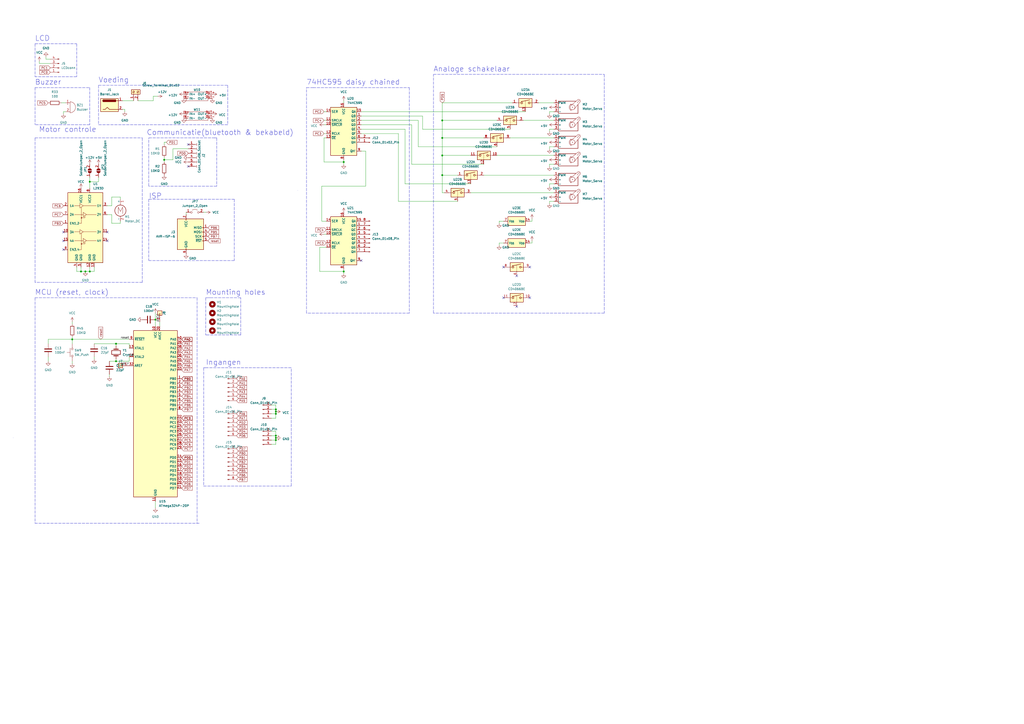
<source format=kicad_sch>
(kicad_sch (version 20231120) (generator "eeschema") (generator_version "8.0")
  (paper "A2")
  (title_block (title "Munt sorteer- en opslagsysteem") (date "2023-12-03") (rev "V1.0") (company "Tiebe Declercq"))
  (junction (at 41.91 196.85))
  (junction (at 199.39 157.48))
  (junction (at 199.39 93.98))
  (junction (at 256.54 80.01))
  (junction (at 90.17 185.42))
  (junction (at 160.02 254))
  (junction (at 256.54 90.17))
  (junction (at 49.53 157.48))
  (junction (at 160.02 255.27))
  (junction (at 52.07 105.41))
  (junction (at 67.31 209.55))
  (junction (at 256.54 101.6))
  (junction (at 160.02 237.49))
  (junction (at 256.54 69.85))
  (junction (at 46.99 157.48))
  (junction (at 160.02 252.73))
  (junction (at 160.02 238.76))
  (junction (at 67.31 199.39))
  (junction (at 160.02 240.03))
  (junction (at 52.07 157.48))
  (junction (at 95.25 92.71))
  (no_connect (at 36.83 144.78))
  (no_connect (at 299.72 160.02))
  (no_connect (at 307.34 172.72))
  (no_connect (at 299.72 177.8))
  (no_connect (at 36.83 134.62))
  (no_connect (at 307.34 154.94))
  (no_connect (at 292.1 154.94))
  (no_connect (at 109.22 96.52))
  (no_connect (at 36.83 139.7))
  (no_connect (at 209.55 151.13))
  (no_connect (at 109.22 83.82))
  (no_connect (at 62.23 134.62))
  (no_connect (at 62.23 139.7))
  (no_connect (at 292.1 172.72))
  (wire (pts (xy 95.25 93.98) (xy 95.25 92.71)))
  (wire (pts (xy 157.48 237.49) (xy 160.02 237.49)))
  (polyline (pts (xy 82.55 163.83) (xy 20.32 163.83)) (stroke (width 0) (type dash)))
  (wire (pts (xy 157.48 255.27) (xy 160.02 255.27)))
  (wire (pts (xy 292.1 128.27) (xy 289.56 128.27)))
  (wire (pts (xy 199.39 92.71) (xy 199.39 93.98)))
  (polyline (pts (xy 20.32 172.72) (xy 114.3 172.72)) (stroke (width 0) (type dash)))
  (polyline (pts (xy 237.49 181.61) (xy 177.8 181.61)) (stroke (width 0) (type dash)))
  (wire (pts (xy 157.48 252.73) (xy 160.02 252.73)))
  (wire (pts (xy 67.31 209.55) (xy 67.31 208.28)))
  (wire (pts (xy 57.15 102.87) (xy 57.15 105.41)))
  (wire (pts (xy 29.21 36.83) (xy 22.86 36.83)))
  (wire (pts (xy 234.95 106.68) (xy 273.05 106.68)))
  (wire (pts (xy 88.9 55.88) (xy 91.44 55.88)))
  (wire (pts (xy 321.31 64.77) (xy 318.77 64.77)))
  (polyline (pts (xy 251.46 181.61) (xy 251.46 43.18)) (stroke (width 0) (type dash)))
  (wire (pts (xy 321.31 95.25) (xy 318.77 95.25)))
  (polyline (pts (xy 125.73 107.95) (xy 86.36 107.95)) (stroke (width 0) (type dash)))
  (wire (pts (xy 209.55 77.47) (xy 231.14 77.47)))
  (wire (pts (xy 26.67 34.29) (xy 29.21 34.29)))
  (wire (pts (xy 54.61 207.01) (xy 54.61 208.28)))
  (polyline (pts (xy 20.32 80.01) (xy 20.32 163.83)) (stroke (width 0) (type dash)))
  (wire (pts (xy 95.25 91.44) (xy 95.25 92.71)))
  (wire (pts (xy 234.95 74.93) (xy 234.95 106.68)))
  (wire (pts (xy 74.93 201.93) (xy 74.93 199.39)))
  (wire (pts (xy 289.56 140.97) (xy 289.56 142.24)))
  (wire (pts (xy 64.77 119.38) (xy 64.77 114.3)))
  (wire (pts (xy 199.39 157.48) (xy 199.39 158.75)))
  (polyline (pts (xy 20.32 172.72) (xy 20.32 303.53)) (stroke (width 0) (type dash)))
  (wire (pts (xy 41.91 196.85) (xy 27.94 196.85)))
  (polyline (pts (xy 20.32 80.01) (xy 82.55 80.01)) (stroke (width 0) (type dash)))
  (wire (pts (xy 22.86 36.83) (xy 22.86 35.56)))
  (wire (pts (xy 186.69 128.27) (xy 189.23 128.27)))
  (polyline (pts (xy 86.36 115.57) (xy 86.36 151.13)) (stroke (width 0) (type dash)))
  (wire (pts (xy 288.29 90.17) (xy 321.31 90.17)))
  (wire (pts (xy 74.93 199.39) (xy 67.31 199.39)))
  (wire (pts (xy 321.31 101.6) (xy 280.67 101.6)))
  (wire (pts (xy 231.14 116.84) (xy 265.43 116.84)))
  (wire (pts (xy 318.77 95.25) (xy 318.77 96.52)))
  (wire (pts (xy 304.8 64.77) (xy 209.55 64.77)))
  (wire (pts (xy 209.55 74.93) (xy 234.95 74.93)))
  (wire (pts (xy 63.5 217.17) (xy 63.5 218.44)))
  (wire (pts (xy 95.25 83.82) (xy 95.25 82.55)))
  (wire (pts (xy 189.23 72.39) (xy 187.96 72.39)))
  (polyline (pts (xy 52.07 72.39) (xy 20.32 72.39)) (stroke (width 0) (type dash)))
  (polyline (pts (xy 139.7 172.72) (xy 121.92 172.72)) (stroke (width 0) (type dash)))
  (wire (pts (xy 209.55 67.31) (xy 245.11 67.31)))
  (wire (pts (xy 312.42 59.69) (xy 321.31 59.69)))
  (wire (pts (xy 71.12 58.42) (xy 77.47 58.42)))
  (polyline (pts (xy 172.72 110.49) (xy 172.72 110.49)))
  (wire (pts (xy 74.93 207.01) (xy 74.93 209.55)))
  (wire (pts (xy 52.07 102.87) (xy 52.07 105.41)))
  (wire (pts (xy 199.39 156.21) (xy 199.39 157.48)))
  (wire (pts (xy 35.56 59.69) (xy 38.1 59.69)))
  (wire (pts (xy 256.54 80.01) (xy 280.67 80.01)))
  (wire (pts (xy 160.02 250.19) (xy 160.02 252.73)))
  (wire (pts (xy 187.96 69.85) (xy 189.23 69.85)))
  (polyline (pts (xy 135.89 115.57) (xy 135.89 151.13)) (stroke (width 0) (type dash)))
  (wire (pts (xy 49.53 157.48) (xy 52.07 157.48)))
  (wire (pts (xy 95.25 82.55) (xy 96.52 82.55)))
  (wire (pts (xy 185.42 157.48) (xy 199.39 157.48)))
  (wire (pts (xy 160.02 240.03) (xy 160.02 238.76)))
  (wire (pts (xy 318.77 64.77) (xy 318.77 66.04)))
  (polyline (pts (xy 115.57 303.53) (xy 20.32 303.53)) (stroke (width 0) (type dash)))
  (wire (pts (xy 160.02 242.57) (xy 160.02 240.03)))
  (wire (pts (xy 90.17 290.83) (xy 90.17 294.64)))
  (wire (pts (xy 321.31 116.84) (xy 318.77 116.84)))
  (wire (pts (xy 318.77 106.68) (xy 318.77 107.95)))
  (wire (pts (xy 38.1 64.77) (xy 36.83 64.77)))
  (polyline (pts (xy 168.91 281.94) (xy 168.91 213.36)) (stroke (width 0) (type dash)))
  (wire (pts (xy 118.11 123.19) (xy 119.38 123.19)))
  (polyline (pts (xy 44.45 25.4) (xy 44.45 44.45)) (stroke (width 0) (type dash)))
  (wire (pts (xy 88.9 58.42) (xy 88.9 55.88)))
  (wire (pts (xy 185.42 143.51) (xy 185.42 157.48)))
  (wire (pts (xy 62.23 119.38) (xy 64.77 119.38)))
  (polyline (pts (xy 135.89 151.13) (xy 86.36 151.13)) (stroke (width 0) (type dash)))
  (wire (pts (xy 63.5 209.55) (xy 67.31 209.55)))
  (wire (pts (xy 107.95 123.19) (xy 107.95 124.46)))
  (wire (pts (xy 90.17 181.61) (xy 90.17 185.42)))
  (wire (pts (xy 67.31 209.55) (xy 74.93 209.55)))
  (wire (pts (xy 160.02 234.95) (xy 160.02 237.49)))
  (wire (pts (xy 46.99 154.94) (xy 46.99 157.48)))
  (wire (pts (xy 209.55 72.39) (xy 238.76 72.39)))
  (wire (pts (xy 44.45 157.48) (xy 46.99 157.48)))
  (polyline (pts (xy 52.07 50.8) (xy 52.07 72.39)) (stroke (width 0) (type dash)))
  (wire (pts (xy 321.31 74.93) (xy 318.77 74.93)))
  (wire (pts (xy 212.09 87.63) (xy 212.09 107.95)))
  (wire (pts (xy 80.01 58.42) (xy 88.9 58.42)))
  (polyline (pts (xy 177.8 50.8) (xy 181.61 50.8)) (stroke (width 0) (type dash)))
  (wire (pts (xy 46.99 157.48) (xy 49.53 157.48)))
  (wire (pts (xy 157.48 234.95) (xy 160.02 234.95)))
  (wire (pts (xy 209.55 69.85) (xy 242.57 69.85)))
  (wire (pts (xy 157.48 257.81) (xy 160.02 257.81)))
  (wire (pts (xy 41.91 196.85) (xy 74.93 196.85)))
  (polyline (pts (xy 139.7 194.31) (xy 120.65 194.31)) (stroke (width 0) (type dash)))
  (polyline (pts (xy 82.55 80.01) (xy 82.55 163.83)) (stroke (width 0) (type dash)))
  (polyline (pts (xy 20.32 25.4) (xy 44.45 25.4)) (stroke (width 0) (type dash)))
  (wire (pts (xy 67.31 199.39) (xy 67.31 200.66)))
  (polyline (pts (xy 168.91 213.36) (xy 119.38 213.36)) (stroke (width 0) (type dash)))
  (wire (pts (xy 187.96 64.77) (xy 189.23 64.77)))
  (wire (pts (xy 199.39 93.98) (xy 199.39 95.25)))
  (polyline (pts (xy 139.7 194.31) (xy 139.7 172.72)) (stroke (width 0) (type dash)))
  (polyline (pts (xy 44.45 44.45) (xy 20.32 44.45)) (stroke (width 0) (type dash)))
  (wire (pts (xy 64.77 129.54) (xy 69.85 129.54)))
  (wire (pts (xy 27.94 207.01) (xy 27.94 209.55)))
  (wire (pts (xy 27.94 196.85) (xy 27.94 199.39)))
  (polyline (pts (xy 57.15 49.53) (xy 57.15 72.39)) (stroke (width 0) (type dash)))
  (wire (pts (xy 308.61 128.27) (xy 308.61 127)))
  (polyline (pts (xy 20.32 50.8) (xy 20.32 72.39)) (stroke (width 0) (type dash)))
  (wire (pts (xy 186.69 107.95) (xy 186.69 128.27)))
  (wire (pts (xy 69.85 114.3) (xy 69.85 115.57)))
  (wire (pts (xy 199.39 58.42) (xy 199.39 59.69)))
  (polyline (pts (xy 20.32 25.4) (xy 20.32 44.45)) (stroke (width 0) (type dash)))
  (polyline (pts (xy 7.62 254) (xy 7.62 254)))
  (wire (pts (xy 187.96 93.98) (xy 199.39 93.98)))
  (polyline (pts (xy 350.52 181.61) (xy 251.46 181.61)) (stroke (width 0) (type dash)))
  (wire (pts (xy 92.71 186.69) (xy 92.71 189.23)))
  (wire (pts (xy 157.48 250.19) (xy 160.02 250.19)))
  (wire (pts (xy 256.54 59.69) (xy 297.18 59.69)))
  (wire (pts (xy 256.54 90.17) (xy 273.05 90.17)))
  (wire (pts (xy 52.07 105.41) (xy 52.07 109.22)))
  (wire (pts (xy 308.61 140.97) (xy 308.61 139.7)))
  (wire (pts (xy 187.96 77.47) (xy 189.23 77.47)))
  (polyline (pts (xy 86.36 107.95) (xy 86.36 80.01)) (stroke (width 0) (type dash)))
  (wire (pts (xy 64.77 124.46) (xy 64.77 129.54)))
  (polyline (pts (xy 118.11 213.36) (xy 119.38 213.36)) (stroke (width 0) (type dash)))
  (wire (pts (xy 54.61 199.39) (xy 67.31 199.39)))
  (wire (pts (xy 189.23 80.01) (xy 187.96 80.01)))
  (wire (pts (xy 160.02 257.81) (xy 160.02 255.27)))
  (wire (pts (xy 41.91 186.69) (xy 41.91 187.96)))
  (wire (pts (xy 41.91 196.85) (xy 41.91 199.39)))
  (polyline (pts (xy 132.08 72.39) (xy 57.15 72.39)) (stroke (width 0) (type dash)))
  (wire (pts (xy 256.54 101.6) (xy 265.43 101.6)))
  (polyline (pts (xy 132.08 49.53) (xy 132.08 72.39)) (stroke (width 0) (type dash)))
  (wire (pts (xy 238.76 72.39) (xy 238.76 95.25)))
  (polyline (pts (xy 125.73 80.01) (xy 125.73 107.95)) (stroke (width 0) (type dash)))
  (wire (pts (xy 44.45 154.94) (xy 44.45 157.48)))
  (wire (pts (xy 245.11 67.31) (xy 245.11 74.93)))
  (wire (pts (xy 62.23 124.46) (xy 64.77 124.46)))
  (wire (pts (xy 307.34 140.97) (xy 308.61 140.97)))
  (wire (pts (xy 318.77 74.93) (xy 318.77 76.2)))
  (wire (pts (xy 64.77 114.3) (xy 69.85 114.3)))
  (wire (pts (xy 100.33 92.71) (xy 95.25 92.71)))
  (polyline (pts (xy 350.52 43.18) (xy 350.52 181.61)) (stroke (width 0) (type dash)))
  (wire (pts (xy 303.53 69.85) (xy 321.31 69.85)))
  (wire (pts (xy 242.57 69.85) (xy 242.57 85.09)))
  (wire (pts (xy 257.81 111.76) (xy 256.54 111.76)))
  (wire (pts (xy 321.31 106.68) (xy 318.77 106.68)))
  (wire (pts (xy 273.05 111.76) (xy 321.31 111.76)))
  (wire (pts (xy 245.11 74.93) (xy 295.91 74.93)))
  (wire (pts (xy 157.48 240.03) (xy 160.02 240.03)))
  (wire (pts (xy 36.83 64.77) (xy 36.83 66.04)))
  (wire (pts (xy 100.33 86.36) (xy 100.33 92.71)))
  (wire (pts (xy 69.85 129.54) (xy 69.85 128.27)))
  (wire (pts (xy 41.91 209.55) (xy 41.91 210.82)))
  (polyline (pts (xy 119.38 194.31) (xy 120.65 194.31)))
  (wire (pts (xy 256.54 80.01) (xy 256.54 90.17)))
  (polyline (pts (xy 114.3 172.72) (xy 114.3 303.53)) (stroke (width 0) (type dash)))
  (wire (pts (xy 318.77 116.84) (xy 318.77 118.11)))
  (wire (pts (xy 318.77 86.36) (xy 318.77 85.09)))
  (wire (pts (xy 288.29 69.85) (xy 256.54 69.85)))
  (wire (pts (xy 187.96 135.89) (xy 189.23 135.89)))
  (wire (pts (xy 238.76 95.25) (xy 280.67 95.25)))
  (polyline (pts (xy 237.49 50.8) (xy 237.49 181.61)) (stroke (width 0) (type dash)))
  (polyline (pts (xy 124.46 80.01) (xy 125.73 80.01)) (stroke (width 0) (type dash)))
  (wire (pts (xy 292.1 140.97) (xy 289.56 140.97)))
  (wire (pts (xy 160.02 252.73) (xy 160.02 254)))
  (wire (pts (xy 72.39 63.5) (xy 72.39 64.77)))
  (polyline (pts (xy 119.38 172.72) (xy 119.38 194.31)) (stroke (width 0) (type dash)))
  (wire (pts (xy 318.77 85.09) (xy 321.31 85.09)))
  (wire (pts (xy 52.07 105.41) (xy 57.15 105.41)))
  (wire (pts (xy 54.61 154.94) (xy 54.61 157.48)))
  (wire (pts (xy 256.54 69.85) (xy 256.54 80.01)))
  (polyline (pts (xy 177.8 181.61) (xy 177.8 50.8)) (stroke (width 0) (type dash)))
  (polyline (pts (xy 86.36 80.01) (xy 124.46 80.01)) (stroke (width 0) (type dash)))
  (wire (pts (xy 160.02 237.49) (xy 160.02 238.76)))
  (wire (pts (xy 41.91 195.58) (xy 41.91 196.85)))
  (polyline (pts (xy 119.38 172.72) (xy 121.92 172.72)))
  (wire (pts (xy 90.17 185.42) (xy 90.17 189.23)))
  (wire (pts (xy 26.67 33.02) (xy 26.67 34.29)))
  (polyline (pts (xy 251.46 43.18) (xy 350.52 43.18)) (stroke (width 0) (type dash)))
  (wire (pts (xy 157.48 242.57) (xy 160.02 242.57)))
  (wire (pts (xy 295.91 80.01) (xy 321.31 80.01)))
  (wire (pts (xy 256.54 101.6) (xy 256.54 111.76)))
  (wire (pts (xy 109.22 86.36) (xy 100.33 86.36)))
  (wire (pts (xy 71.12 63.5) (xy 72.39 63.5)))
  (wire (pts (xy 189.23 143.51) (xy 185.42 143.51)))
  (wire (pts (xy 160.02 255.27) (xy 160.02 254)))
  (wire (pts (xy 187.96 80.01) (xy 187.96 93.98)))
  (wire (pts (xy 256.54 59.69) (xy 256.54 69.85)))
  (wire (pts (xy 242.57 85.09) (xy 288.29 85.09)))
  (polyline (pts (xy 57.15 49.53) (xy 132.08 49.53)) (stroke (width 0) (type dash)))
  (polyline (pts (xy 86.36 115.57) (xy 135.89 115.57)) (stroke (width 0) (type dash)))
  (polyline (pts (xy 20.32 50.8) (xy 52.07 50.8)) (stroke (width 0) (type dash)))
  (wire (pts (xy 231.14 77.47) (xy 231.14 116.84)))
  (polyline (pts (xy 118.11 281.94) (xy 168.91 281.94)) (stroke (width 0) (type dash)))
  (wire (pts (xy 289.56 128.27) (xy 289.56 129.54)))
  (wire (pts (xy 52.07 154.94) (xy 52.07 157.48)))
  (wire (pts (xy 307.34 128.27) (xy 308.61 128.27)))
  (wire (pts (xy 209.55 87.63) (xy 212.09 87.63)))
  (wire (pts (xy 256.54 90.17) (xy 256.54 101.6)))
  (polyline (pts (xy 181.61 50.8) (xy 237.49 50.8)) (stroke (width 0) (type dash)))
  (wire (pts (xy 52.07 157.48) (xy 54.61 157.48)))
  (wire (pts (xy 212.09 107.95) (xy 186.69 107.95)))
  (polyline (pts (xy 118.11 213.36) (xy 118.11 281.94)) (stroke (width 0) (type dash)))
  (text "Mounting holes" (at 119.38 171.45 0) (effects (font (size 3 3)) (justify left bottom)))
  (text "MCU (reset, clock)" (at 20.32 171.45 0) (effects (font (size 3 3)) (justify left bottom)))
  (text "74HC595 daisy chained" (at 177.8 49.53 0) (effects (font (size 3 3)) (justify left bottom)))
  (text "ISP" (at 86.36 115.57 0) (effects (font (size 3 3)) (justify left bottom)))
  (text "Analoge schakelaar" (at 251.46 41.91 0) (effects (font (size 3 3)) (justify left bottom)))
  (text "Communicatie(bluetooth & bekabeld)" (at 85.09 78.74 0) (effects (font (size 3 3)) (justify left bottom)))
  (text "LCD" (at 20.32 24.13 0) (effects (font (size 3 3)) (justify left bottom)))
  (text "Voeding" (at 57.15 48.26 0) (effects (font (size 3 3)) (justify left bottom)))
  (text "Motor controle" (at 22.606 76.962 0) (effects (font (size 3 3)) (justify left bottom)))
  (text "Ingangen" (at 119.38 212.09 0) (effects (font (size 3 3)) (justify left bottom)))
  (text "Buzzer" (at 20.32 49.53 0) (effects (font (size 3 3)) (justify left bottom)))
  (label "AREF" (at 74.93 212.09 180))
  (label "AVCC" (at 92.71 186.69 90))
  (label "reset" (at 74.93 196.85 180))
  (global_label "PD6" (shape input) (at 137.16 252.73 0) (property "Intersheetrefs" "${INTERSHEET_REFS}" (effects (hide yes))))
  (global_label "PC1" (shape input) (at 29.21 39.37 180) (property "Intersheetrefs" "${INTERSHEET_REFS}" (effects (hide yes))))
  (global_label "PC5" (shape input) (at 105.41 255.27 0) (property "Intersheetrefs" "${INTERSHEET_REFS}" (effects (hide yes))))
  (global_label "PC2" (shape input) (at 105.41 247.65 0) (property "Intersheetrefs" "${INTERSHEET_REFS}" (effects (hide yes))))
  (global_label "PC5" (shape input) (at 27.94 59.69 180) (property "Intersheetrefs" "${INTERSHEET_REFS}" (effects (hide yes))))
  (global_label "PD2" (shape input) (at 137.16 245.11 0) (property "Intersheetrefs" "${INTERSHEET_REFS}" (effects (hide yes))))
  (global_label "PB1" (shape input) (at 137.16 265.43 0) (property "Intersheetrefs" "${INTERSHEET_REFS}" (effects (hide yes))))
  (global_label "PC3" (shape input) (at 187.96 77.47 180) (property "Intersheetrefs" "${INTERSHEET_REFS}" (effects (hide yes))))
  (global_label "PB6" (shape input) (at 120.65 132.08 0) (property "Intersheetrefs" "${INTERSHEET_REFS}" (effects (hide yes))))
  (global_label "PA0" (shape input) (at 105.41 196.85 0) (property "Intersheetrefs" "${INTERSHEET_REFS}" (effects (hide yes))))
  (global_label "PD0" (shape input) (at 105.41 265.43 0) (property "Intersheetrefs" "${INTERSHEET_REFS}" (effects (hide yes))))
  (global_label "PB5" (shape input) (at 105.41 232.41 0) (property "Intersheetrefs" "${INTERSHEET_REFS}" (effects (hide yes))))
  (global_label "PD2" (shape input) (at 105.41 270.51 0) (property "Intersheetrefs" "${INTERSHEET_REFS}" (effects (hide yes))))
  (global_label "PB6" (shape input) (at 105.41 234.95 0) (property "Intersheetrefs" "${INTERSHEET_REFS}" (effects (hide yes))))
  (global_label "PB7" (shape input) (at 120.65 137.16 0) (property "Intersheetrefs" "${INTERSHEET_REFS}" (effects (hide yes))))
  (global_label "PD3" (shape input) (at 137.16 247.65 0) (property "Intersheetrefs" "${INTERSHEET_REFS}" (effects (hide yes))))
  (global_label "PD5" (shape input) (at 256.54 59.69 90) (property "Intersheetrefs" "${INTERSHEET_REFS}" (effects (hide yes))))
  (global_label "PA3" (shape input) (at 137.16 227.33 0) (property "Intersheetrefs" "${INTERSHEET_REFS}" (effects (hide yes))))
  (global_label "reset" (shape input) (at 58.42 196.85 90) (property "Intersheetrefs" "${INTERSHEET_REFS}" (effects (hide yes))))
  (global_label "PB1" (shape input) (at 105.41 222.25 0) (property "Intersheetrefs" "${INTERSHEET_REFS}" (effects (hide yes))))
  (global_label "PD3" (shape input) (at 105.41 273.05 0) (property "Intersheetrefs" "${INTERSHEET_REFS}" (effects (hide yes))))
  (global_label "PC4" (shape input) (at 189.23 133.35 180) (property "Intersheetrefs" "${INTERSHEET_REFS}" (effects (hide yes))))
  (global_label "PA7" (shape input) (at 105.41 214.63 0) (property "Intersheetrefs" "${INTERSHEET_REFS}" (effects (hide yes))))
  (global_label "PA6" (shape input) (at 137.16 240.03 0) (property "Intersheetrefs" "${INTERSHEET_REFS}" (effects (hide yes))))
  (global_label "PB6" (shape input) (at 137.16 275.59 0) (property "Intersheetrefs" "${INTERSHEET_REFS}" (effects (hide yes))))
  (global_label "PA0" (shape input) (at 105.41 196.85 0) (property "Intersheetrefs" "${INTERSHEET_REFS}" (effects (hide yes))))
  (global_label "PC0" (shape input) (at 29.21 41.91 180) (property "Intersheetrefs" "${INTERSHEET_REFS}" (effects (hide yes))))
  (global_label "PD4" (shape input) (at 137.16 250.19 0) (property "Intersheetrefs" "${INTERSHEET_REFS}" (effects (hide yes))))
  (global_label "reset" (shape input) (at 120.65 139.7 0) (property "Intersheetrefs" "${INTERSHEET_REFS}" (effects (hide yes))))
  (global_label "PA7" (shape input) (at 137.16 242.57 0) (property "Intersheetrefs" "${INTERSHEET_REFS}" (effects (hide yes))))
  (global_label "PC3" (shape input) (at 105.41 250.19 0) (property "Intersheetrefs" "${INTERSHEET_REFS}" (effects (hide yes))))
  (global_label "PA2" (shape input) (at 137.16 224.79 0) (property "Intersheetrefs" "${INTERSHEET_REFS}" (effects (hide yes))))
  (global_label "PA0" (shape input) (at 137.16 219.71 0) (property "Intersheetrefs" "${INTERSHEET_REFS}" (effects (hide yes))))
  (global_label "PD7" (shape input) (at 137.16 260.35 0) (property "Intersheetrefs" "${INTERSHEET_REFS}" (effects (hide yes))))
  (global_label "PD4" (shape input) (at 105.41 275.59 0) (property "Intersheetrefs" "${INTERSHEET_REFS}" (effects (hide yes))))
  (global_label "PC0" (shape input) (at 105.41 242.57 0) (property "Intersheetrefs" "${INTERSHEET_REFS}" (effects (hide yes))))
  (global_label "PB2" (shape input) (at 137.16 267.97 0) (property "Intersheetrefs" "${INTERSHEET_REFS}" (effects (hide yes))))
  (global_label "PB5" (shape input) (at 120.65 134.62 0) (property "Intersheetrefs" "${INTERSHEET_REFS}" (effects (hide yes))))
  (global_label "PA5" (shape input) (at 105.41 209.55 0) (property "Intersheetrefs" "${INTERSHEET_REFS}" (effects (hide yes))))
  (global_label "PA3" (shape input) (at 105.41 204.47 0) (property "Intersheetrefs" "${INTERSHEET_REFS}" (effects (hide yes))))
  (global_label "PB5" (shape input) (at 137.16 273.05 0) (property "Intersheetrefs" "${INTERSHEET_REFS}" (effects (hide yes))))
  (global_label "PC2" (shape input) (at 187.96 64.77 180) (property "Intersheetrefs" "${INTERSHEET_REFS}" (effects (hide yes))))
  (global_label "PD1" (shape input) (at 96.52 82.55 0) (property "Intersheetrefs" "${INTERSHEET_REFS}" (effects (hide yes))))
  (global_label "PB4" (shape input) (at 137.16 270.51 0) (property "Intersheetrefs" "${INTERSHEET_REFS}" (effects (hide yes))))
  (global_label "PD7" (shape input) (at 105.41 283.21 0) (property "Intersheetrefs" "${INTERSHEET_REFS}" (effects (hide yes))))
  (global_label "PD0" (shape input) (at 109.22 88.9 180) (property "Intersheetrefs" "${INTERSHEET_REFS}" (effects (hide yes))))
  (global_label "PD0" (shape input) (at 105.41 265.43 0) (property "Intersheetrefs" "${INTERSHEET_REFS}" (effects (hide yes))))
  (global_label "PB3" (shape input) (at 105.41 227.33 0) (property "Intersheetrefs" "${INTERSHEET_REFS}" (effects (hide yes))))
  (global_label "PD1" (shape input) (at 105.41 267.97 0) (property "Intersheetrefs" "${INTERSHEET_REFS}" (effects (hide yes))))
  (global_label "PC7" (shape input) (at 105.41 260.35 0) (property "Intersheetrefs" "${INTERSHEET_REFS}" (effects (hide yes))))
  (global_label "PB0" (shape input) (at 137.16 262.89 0) (property "Intersheetrefs" "${INTERSHEET_REFS}" (effects (hide yes))))
  (global_label "PD5" (shape input) (at 105.41 278.13 0) (property "Intersheetrefs" "${INTERSHEET_REFS}" (effects (hide yes))))
  (global_label "PB2" (shape input) (at 105.41 224.79 0) (property "Intersheetrefs" "${INTERSHEET_REFS}" (effects (hide yes))))
  (global_label "PC0" (shape input) (at 105.41 242.57 0) (property "Intersheetrefs" "${INTERSHEET_REFS}" (effects (hide yes))))
  (global_label "PB4" (shape input) (at 105.41 229.87 0) (property "Intersheetrefs" "${INTERSHEET_REFS}" (effects (hide yes))))
  (global_label "PC1" (shape input) (at 105.41 245.11 0) (property "Intersheetrefs" "${INTERSHEET_REFS}" (effects (hide yes))))
  (global_label "PB3" (shape input) (at 36.83 129.54 180) (property "Intersheetrefs" "${INTERSHEET_REFS}" (effects (hide yes))))
  (global_label "PB0" (shape input) (at 105.41 219.71 0) (property "Intersheetrefs" "${INTERSHEET_REFS}" (effects (hide yes))))
  (global_label "PB7" (shape input) (at 105.41 237.49 0) (property "Intersheetrefs" "${INTERSHEET_REFS}" (effects (hide yes))))
  (global_label "PB0" (shape input) (at 105.41 219.71 0) (property "Intersheetrefs" "${INTERSHEET_REFS}" (effects (hide yes))))
  (global_label "PA5" (shape input) (at 137.16 232.41 0) (property "Intersheetrefs" "${INTERSHEET_REFS}" (effects (hide yes))))
  (global_label "PA1" (shape input) (at 137.16 222.25 0) (property "Intersheetrefs" "${INTERSHEET_REFS}" (effects (hide yes))))
  (global_label "PA1" (shape input) (at 105.41 199.39 0) (property "Intersheetrefs" "${INTERSHEET_REFS}" (effects (hide yes))))
  (global_label "PA6" (shape input) (at 105.41 212.09 0) (property "Intersheetrefs" "${INTERSHEET_REFS}" (effects (hide yes))))
  (global_label "PA4" (shape input) (at 137.16 229.87 0) (property "Intersheetrefs" "${INTERSHEET_REFS}" (effects (hide yes))))
  (global_label "PC6" (shape input) (at 105.41 257.81 0) (property "Intersheetrefs" "${INTERSHEET_REFS}" (effects (hide yes))))
  (global_label "PD6" (shape input) (at 105.41 280.67 0) (property "Intersheetrefs" "${INTERSHEET_REFS}" (effects (hide yes))))
  (global_label "PB7" (shape input) (at 137.16 278.13 0) (property "Intersheetrefs" "${INTERSHEET_REFS}" (effects (hide yes))))
  (global_label "PC4" (shape input) (at 187.96 69.85 180) (property "Intersheetrefs" "${INTERSHEET_REFS}" (effects (hide yes))))
  (global_label "PA2" (shape input) (at 105.41 201.93 0) (property "Intersheetrefs" "${INTERSHEET_REFS}" (effects (hide yes))))
  (global_label "PC6" (shape input) (at 36.83 119.38 180) (property "Intersheetrefs" "${INTERSHEET_REFS}" (effects (hide yes))))
  (global_label "PC3" (shape input) (at 189.23 140.97 180) (property "Intersheetrefs" "${INTERSHEET_REFS}" (effects (hide yes))))
  (global_label "PC4" (shape input) (at 105.41 252.73 0) (property "Intersheetrefs" "${INTERSHEET_REFS}" (effects (hide yes))))
  (global_label "PA4" (shape input) (at 105.41 207.01 0) (property "Intersheetrefs" "${INTERSHEET_REFS}" (effects (hide yes))))
  (global_label "PC7" (shape input) (at 36.83 124.46 180) (property "Intersheetrefs" "${INTERSHEET_REFS}" (effects (hide yes))))
  (symbol (lib_id "Driver_Motor:L293D") (at 49.53 134.62 0) (unit 1)
    (property "Reference" "U1" (at 54.0259 106.68 0) (effects (justify left)))
    (property "Value" "L293D" (at 54.0259 109.22 0) (effects (justify left)))
    (property "Footprint" "Package_DIP:DIP-16_W7.62mm" (effects (hide yes)))
    (property "Datasheet" "http://www.ti.com/lit/ds/symlink/l293.pdf" (effects (hide yes)))
  )
  (symbol (lib_id "power:GND") (at 106.68 68.58 0) (unit 1)
    (property "Reference" "#PWR030" (effects (hide yes)))
    (property "Value" "GND" (at 102.87 71.12 0))
  )
  (symbol (lib_name "GND_1") (lib_id "power:GND") (at 199.39 158.75 0) (unit 1)
    (property "Reference" "#PWR080" (effects (hide yes)))
    (property "Value" "GND" (at 199.39 163.83 0))
  )
  (symbol (lib_id "power:GND") (at 160.02 254 90) (unit 1)
    (property "Reference" "#PWR05" (effects (hide yes)))
    (property "Value" "GND" (at 163.83 254.635 90) (effects (justify right)))
  )
  (symbol (lib_id "Connector:Conn_01x06_Socket") (at 114.3 88.9 0) (unit 1)
    (property "Reference" "J2" (at 118.11 91.44 90) (effects (justify left)))
    (property "Value" "Conn_01x06_Socket" (at 115.57 100.33 90) (effects (justify left)))
    (property "Footprint" "Connector_PinSocket_2.54mm:PinSocket_1x06_P2.54mm_Vertical" (effects (hide yes)))
  )
  (symbol (lib_id "power:GND") (at 123.19 68.58 0) (unit 1)
    (property "Reference" "#PWR040" (effects (hide yes)))
    (property "Value" "GND" (at 127 71.12 0))
  )
  (symbol (lib_id "power:GND") (at 106.68 57.15 0) (unit 1)
    (property "Reference" "#PWR028" (effects (hide yes)))
    (property "Value" "GND" (at 102.87 59.69 0))
  )
  (symbol (lib_id "power:GND") (at 72.39 64.77 0) (unit 1)
    (property "Reference" "#PWR017" (effects (hide yes)))
    (property "Value" "GND" (at 72.39 69.85 0))
  )
  (symbol (lib_name "GND_4") (lib_id "power:GND") (at 289.56 142.24 0) (unit 1)
    (property "Reference" "#PWR0100" (effects (hide yes)))
    (property "Value" "GND" (at 293.37 143.51 0))
  )
  (symbol (lib_id "Analog_Switch:CD4066BE") (at 273.05 101.6 0) (unit 1)
    (property "Reference" "U22" (at 273.05 93.98 0))
    (property "Value" "CD4066BE" (at 273.05 96.52 0))
    (property "Footprint" "Package_SO:SO-14_3.9x8.65mm_P1.27mm" (effects (hide yes)))
    (property "Datasheet" "https://www.ti.com/lit/ds/symlink/cd4066b.pdf" (effects (hide yes)))
  )
  (symbol (lib_id "power:VCC") (at 46.99 109.22 0) (unit 1)
    (property "Reference" "#PWR07" (effects (hide yes)))
    (property "Value" "VCC" (at 46.99 105.41 0))
  )
  (symbol (lib_id "power:VCC") (at 90.17 181.61 0) (unit 1)
    (property "Reference" "#PWR045" (effects (hide yes)))
    (property "Value" "VCC" (at 90.17 176.53 0))
  )
  (symbol (lib_id "Motor:Motor_Servo") (at 328.93 82.55 0) (unit 1)
    (property "Reference" "M4" (at 337.82 80.8466 0) (effects (justify left)))
    (property "Value" "Motor_Servo" (at 337.82 83.3866 0) (effects (justify left)))
    (property "Footprint" "Connector_PinHeader_2.54mm:PinHeader_1x03_P2.54mm_Vertical" (effects (hide yes)))
    (property "Datasheet" "http://forums.parallax.com/uploads/attachments/46831/74481.png" (effects (hide yes)))
  )
  (symbol (lib_id "Connector_Generic:Conn_01x01") (at 92.71 181.61 90) (unit 1)
    (property "Reference" "J8" (at 95.25 182.88 0) (effects (justify left)))
    (property "Value" "portD_21" (effects (hide yes)))
    (property "Footprint" "Connector_PinHeader_2.54mm:PinHeader_1x01_P2.54mm_Vertical" (effects (hide yes)))
  )
  (symbol (lib_id "Device:C") (at 86.36 185.42 90) (unit 1)
    (property "Reference" "C18" (at 86.36 177.8 90))
    (property "Value" "100nF" (at 86.36 180.34 90))
    (property "Footprint" "Capacitor_SMD:C_0805_2012Metric_Pad1.18x1.45mm_HandSolder" (effects (hide yes)))
  )
  (symbol (lib_id "Switch:SW_Push") (at 41.91 204.47 90) (unit 1)
    (property "Reference" "SW9" (at 43.18 203.1999 90) (effects (justify right)))
    (property "Value" "SW_Push" (at 43.18 205.7399 90) (effects (justify right)))
    (property "Footprint" "Button_Switch_SMD:SW_SPST_PTS645" (effects (hide yes)))
  )
  (symbol (lib_id "Connector:Screw_Terminal_01x02") (at 77.47 53.34 90) (unit 1)
    (property "Reference" "J6" (at 82.55 48.26 90) (effects (justify right)))
    (property "Value" "Screw_Terminal_01x02" (at 82.55 49.53 90) (effects (justify right)))
    (property "Footprint" "TerminalBlock_Phoenix:TerminalBlock_Phoenix_MPT-0,5-2-2.54_1x02_P2.54mm_Horizontal" (effects (hide yes)))
  )
  (symbol (lib_id "Analog_Switch:CD4066BE") (at 280.67 90.17 0) (unit 4)
    (property "Reference" "U23" (at 280.67 82.55 0))
    (property "Value" "CD4066BE" (at 280.67 85.09 0))
    (property "Footprint" "Package_SO:SO-14_3.9x8.65mm_P1.27mm" (effects (hide yes)))
    (property "Datasheet" "https://www.ti.com/lit/ds/symlink/cd4066b.pdf" (effects (hide yes)))
  )
  (symbol (lib_name "GND_3") (lib_id "power:GND") (at 26.67 33.02 180) (unit 1)
    (property "Reference" "#PWR054" (effects (hide yes)))
    (property "Value" "GND" (at 26.67 27.94 0))
  )
  (symbol (lib_id "Connector:Barrel_Jack") (at 63.5 60.96 0) (unit 1)
    (property "Reference" "J1" (at 63.5 52.07 0))
    (property "Value" "Barrel_Jack" (at 63.5 54.61 0))
    (property "Footprint" "Connector_BarrelJack:BarrelJack_GCT_DCJ200-10-A_Horizontal" (effects (hide yes)))
  )
  (symbol (lib_id "Connector:AVR-ISP-6") (at 110.49 137.16 0) (unit 1)
    (property "Reference" "J3" (at 101.6 134.62 0) (effects (justify right)))
    (property "Value" "AVR-ISP-6" (at 101.6 137.16 0) (effects (justify right)))
    (property "Footprint" "Connector_PinHeader_2.54mm:PinHeader_2x03_P2.54mm_Vertical" (effects (hide yes)))
    (property "Datasheet" " ~" (effects (hide yes)))
  )
  (symbol (lib_id "Device:C") (at 27.94 203.2 0) (unit 1)
    (property "Reference" "C13" (at 31.75 201.9299 0) (effects (justify left)))
    (property "Value" "100nF" (at 31.75 204.4699 0) (effects (justify left)))
    (property "Footprint" "Capacitor_SMD:C_0805_2012Metric_Pad1.18x1.45mm_HandSolder" (effects (hide yes)))
  )
  (symbol (lib_id "Motor:Motor_Servo") (at 328.93 104.14 0) (unit 1)
    (property "Reference" "M6" (at 337.82 102.4366 0) (effects (justify left)))
    (property "Value" "Motor_Servo" (at 337.82 104.9766 0) (effects (justify left)))
    (property "Footprint" "Connector_PinHeader_2.54mm:PinHeader_1x03_P2.54mm_Vertical" (effects (hide yes)))
    (property "Datasheet" "http://forums.parallax.com/uploads/attachments/46831/74481.png" (effects (hide yes)))
  )
  (symbol (lib_id "Device:R") (at 41.91 191.77 0) (unit 1)
    (property "Reference" "R45" (at 44.45 190.4999 0) (effects (justify left)))
    (property "Value" "10KΩ" (at 44.45 193.0399 0) (effects (justify left)))
    (property "Footprint" "Resistor_SMD:R_0805_2012Metric_Pad1.20x1.40mm_HandSolder" (effects (hide yes)))
  )
  (symbol (lib_id "Device:R") (at 95.25 87.63 0) (mirror y) (unit 1)
    (property "Reference" "R1" (at 92.71 86.3599 0) (effects (justify left)))
    (property "Value" "10KΩ" (at 92.71 88.8999 0) (effects (justify left)))
    (property "Footprint" "Resistor_SMD:R_0805_2012Metric_Pad1.20x1.40mm_HandSolder" (effects (hide yes)))
  )
  (symbol (lib_id "power:VCC") (at 123.19 66.04 270) (unit 1)
    (property "Reference" "#PWR039" (effects (hide yes)))
    (property "Value" "VCC" (at 127 66.675 90) (effects (justify left)))
  )
  (symbol (lib_id "power:+5V") (at 321.31 62.23 90) (unit 1)
    (property "Reference" "#PWR0110" (effects (hide yes)))
    (property "Value" "+5V" (at 317.5 62.865 90) (effects (justify left)))
  )
  (symbol (lib_id "Analog_Switch:CD4066BE") (at 299.72 172.72 0) (unit 4)
    (property "Reference" "U22" (at 299.72 165.1 0))
    (property "Value" "CD4066BE" (at 299.72 167.64 0))
    (property "Footprint" "Package_SO:SO-14_3.9x8.65mm_P1.27mm" (effects (hide yes)))
    (property "Datasheet" "https://www.ti.com/lit/ds/symlink/cd4066b.pdf" (effects (hide yes)))
  )
  (symbol (lib_name "GND_4") (lib_id "power:GND") (at 318.77 76.2 0) (unit 1)
    (property "Reference" "#PWR0105" (effects (hide yes)))
    (property "Value" "GND" (at 322.58 77.47 0))
  )
  (symbol (lib_id "power:+5V") (at 321.31 82.55 90) (unit 1)
    (property "Reference" "#PWR0112" (effects (hide yes)))
    (property "Value" "+5V" (at 317.5 83.185 90) (effects (justify left)))
  )
  (symbol (lib_id "power:+12V") (at 106.68 66.04 90) (unit 1)
    (property "Reference" "#PWR029" (effects (hide yes)))
    (property "Value" "+12V" (at 102.87 66.675 90) (effects (justify left)))
  )
  (symbol (lib_name "GND_4") (lib_id "power:GND") (at 289.56 129.54 0) (unit 1)
    (property "Reference" "#PWR099" (effects (hide yes)))
    (property "Value" "GND" (at 293.37 130.81 0))
  )
  (symbol (lib_id "Analog_Switch:CD4066BE") (at 295.91 69.85 0) (unit 2)
    (property "Reference" "U23" (at 295.91 62.23 0))
    (property "Value" "CD4066BE" (at 295.91 64.77 0))
    (property "Footprint" "Package_SO:SO-14_3.9x8.65mm_P1.27mm" (effects (hide yes)))
    (property "Datasheet" "https://www.ti.com/lit/ds/symlink/cd4066b.pdf" (effects (hide yes)))
  )
  (symbol (lib_id "power:+12V") (at 106.68 54.61 90) (unit 1)
    (property "Reference" "#PWR027" (effects (hide yes)))
    (property "Value" "+12V" (at 102.87 55.245 90) (effects (justify left)))
  )
  (symbol (lib_id "power:VCC") (at 308.61 127 0) (unit 1)
    (property "Reference" "#PWR0102" (effects (hide yes)))
    (property "Value" "VCC" (at 308.61 121.92 0))
  )
  (symbol (lib_id "power:+5V") (at 321.31 72.39 90) (unit 1)
    (property "Reference" "#PWR0111" (effects (hide yes)))
    (property "Value" "+5V" (at 317.5 73.025 90) (effects (justify left)))
  )
  (symbol (lib_id "power:GND") (at 82.55 185.42 270) (unit 1)
    (property "Reference" "#PWR067" (effects (hide yes)))
    (property "Value" "GND" (at 74.93 185.42 90) (effects (justify left)))
  )
  (symbol (lib_name "Buck_converter_1") (lib_id "Buck:Buck_converter") (at 113.03 52.07 0) (unit 1)
    (property "Reference" "U10" (at 114.3 52.07 0))
    (property "Value" "~" (at 113.03 52.07 0))
    (property "Footprint" "Library:Buck_Converter" (effects (hide yes)))
  )
  (symbol (lib_id "Connector:Conn_01x06_Pin") (at 132.08 224.79 0) (unit 1)
    (property "Reference" "J11" (at 132.715 215.9 0))
    (property "Value" "Conn_01x06_Pin" (at 132.715 218.44 0))
    (property "Footprint" "Connector_PinHeader_2.54mm:PinHeader_1x06_P2.54mm_Vertical" (effects (hide yes)))
  )
  (symbol (lib_id "power:+5V") (at 321.31 92.71 90) (unit 1)
    (property "Reference" "#PWR0113" (effects (hide yes)))
    (property "Value" "+5V" (at 317.5 93.345 90) (effects (justify left)))
  )
  (symbol (lib_name "GND_7") (lib_id "power:GND") (at 36.83 66.04 0) (unit 1)
    (property "Reference" "#PWR055" (effects (hide yes)))
    (property "Value" "GND" (at 36.83 71.12 0))
  )
  (symbol (lib_name "GND_4") (lib_id "power:GND") (at 318.77 86.36 0) (unit 1)
    (property "Reference" "#PWR0106" (effects (hide yes)))
    (property "Value" "GND" (at 322.58 87.63 0))
  )
  (symbol (lib_id "power:GND") (at 90.17 294.64 0) (unit 1)
    (property "Reference" "#PWR071" (effects (hide yes)))
    (property "Value" "GND" (at 90.17 299.72 0))
  )
  (symbol (lib_id "Connector_Generic:Conn_01x01") (at 69.85 212.09 180) (unit 1)
    (property "Reference" "J7" (at 71.12 209.55 0) (effects (justify left)))
    (property "Value" "portD_21" (effects (hide yes)))
    (property "Footprint" "Connector_PinHeader_2.54mm:PinHeader_1x01_P2.54mm_Vertical" (effects (hide yes)))
  )
  (symbol (lib_id "Connector:Conn_01x04_Pin") (at 152.4 252.73 0) (unit 1)
    (property "Reference" "J10" (at 153.035 246.38 0))
    (property "Value" "Conn_01x04_Pin" (at 153.035 248.92 0))
    (property "Footprint" "Connector_PinHeader_2.54mm:PinHeader_1x04_P2.54mm_Vertical" (effects (hide yes)))
  )
  (symbol (lib_id "Analog_Switch:CD4066BE") (at 299.72 128.27 270) (unit 5)
    (property "Reference" "U23" (at 299.72 120.65 90))
    (property "Value" "CD4066BE" (at 299.72 123.19 90))
    (property "Footprint" "Package_SO:SO-14_3.9x8.65mm_P1.27mm" (effects (hide yes)))
    (property "Datasheet" "https://www.ti.com/lit/ds/symlink/cd4066b.pdf" (effects (hide yes)))
  )
  (symbol (lib_id "Device:C") (at 54.61 203.2 0) (unit 1)
    (property "Reference" "C16" (at 58.42 201.9299 0) (effects (justify left)))
    (property "Value" "22pF" (at 58.42 204.4699 0) (effects (justify left)))
    (property "Footprint" "Capacitor_SMD:C_0805_2012Metric_Pad1.18x1.45mm_HandSolder" (effects (hide yes)))
  )
  (symbol (lib_id "power:VCC") (at 119.38 123.19 270) (unit 1)
    (property "Reference" "#PWR0134" (effects (hide yes)))
    (property "Value" "VCC" (at 123.19 123.19 90) (effects (justify left)))
  )
  (symbol (lib_id "Analog_Switch:CD4066BE") (at 288.29 80.01 0) (unit 3)
    (property "Reference" "U23" (at 288.29 72.39 0))
    (property "Value" "CD4066BE" (at 288.29 74.93 0))
    (property "Footprint" "Package_SO:SO-14_3.9x8.65mm_P1.27mm" (effects (hide yes)))
    (property "Datasheet" "https://www.ti.com/lit/ds/symlink/cd4066b.pdf" (effects (hide yes)))
  )
  (symbol (lib_id "power:VCC") (at 109.22 93.98 90) (unit 1)
    (property "Reference" "#PWR01" (effects (hide yes)))
    (property "Value" "VCC" (at 105.41 93.98 90) (effects (justify left)))
  )
  (symbol (lib_id "power:VCC") (at 187.96 135.89 90) (unit 1)
    (property "Reference" "#PWR076" (effects (hide yes)))
    (property "Value" "VCC" (at 184.15 136.525 90) (effects (justify left)))
  )
  (symbol (lib_id "74xx:74HC595") (at 199.39 74.93 0) (unit 1)
    (property "Reference" "U20" (at 201.3459 57.15 0) (effects (justify left)))
    (property "Value" "74HC595" (at 201.3459 59.69 0) (effects (justify left)))
    (property "Footprint" "Package_SO:SO-16_3.9x9.9mm_P1.27mm" (effects (hide yes)))
    (property "Datasheet" "http://www.ti.com/lit/ds/symlink/sn74hc595.pdf" (effects (hide yes)))
  )
  (symbol (lib_id "Connector:Conn_01x08_Pin") (at 214.63 138.43 180) (unit 1)
    (property "Reference" "J13" (at 215.9 135.89 0) (effects (justify right)))
    (property "Value" "Conn_01x08_Pin" (at 215.9 138.43 0) (effects (justify right)))
    (property "Footprint" "Connector_PinHeader_2.54mm:PinHeader_1x08_P2.54mm_Vertical" (effects (hide yes)))
  )
  (symbol (lib_id "Motor:Motor_Servo") (at 328.93 62.23 0) (unit 1)
    (property "Reference" "M2" (at 337.82 60.5266 0) (effects (justify left)))
    (property "Value" "Motor_Servo" (at 337.82 63.0666 0) (effects (justify left)))
    (property "Footprint" "Connector_PinHeader_2.54mm:PinHeader_1x03_P2.54mm_Vertical" (effects (hide yes)))
    (property "Datasheet" "http://forums.parallax.com/uploads/attachments/46831/74481.png" (effects (hide yes)))
  )
  (symbol (lib_id "74xx:74HC595") (at 199.39 138.43 0) (unit 1)
    (property "Reference" "U21" (at 201.3459 120.65 0) (effects (justify left)))
    (property "Value" "74HC595" (at 201.3459 123.19 0) (effects (justify left)))
    (property "Footprint" "Package_SO:SO-16_3.9x9.9mm_P1.27mm" (effects (hide yes)))
    (property "Datasheet" "http://www.ti.com/lit/ds/symlink/sn74hc595.pdf" (effects (hide yes)))
  )
  (symbol (lib_id "power:GND") (at 41.91 210.82 0) (unit 1)
    (property "Reference" "#PWR062" (effects (hide yes)))
    (property "Value" "GND" (at 41.91 215.9 0))
  )
  (symbol (lib_id "power:VCC") (at 160.02 238.76 270) (unit 1)
    (property "Reference" "#PWR04" (effects (hide yes)))
    (property "Value" "VCC" (at 163.83 239.395 90) (effects (justify left)))
  )
  (symbol (lib_id "Analog_Switch:CD4066BE") (at 299.72 140.97 270) (unit 5)
    (property "Reference" "U22" (at 299.72 133.35 90))
    (property "Value" "CD4066BE" (at 299.72 135.89 90))
    (property "Footprint" "Package_SO:SO-14_3.9x8.65mm_P1.27mm" (effects (hide yes)))
    (property "Datasheet" "https://www.ti.com/lit/ds/symlink/cd4066b.pdf" (effects (hide yes)))
  )
  (symbol (lib_id "AtMega:ATmega324P-20P") (at 90.17 240.03 0) (unit 1)
    (property "Reference" "U15" (at 92.1894 290.83 0) (effects (justify left)))
    (property "Value" "ATmega324P-20P" (at 92.1894 293.37 0) (effects (justify left)))
    (property "Footprint" "Package_DIP:DIP-40_W15.24mm_Socket" (effects (hide yes)))
    (property "Datasheet" "http://ww1.microchip.com/downloads/en/DeviceDoc/Atmel-42743-ATmega324P_Datasheet.pdf" (effects (hide yes)))
  )
  (symbol (lib_id "Device:R") (at 95.25 97.79 0) (mirror y) (unit 1)
    (property "Reference" "R2" (at 92.71 96.5199 0) (effects (justify left)))
    (property "Value" "10KΩ" (at 92.71 99.0599 0) (effects (justify left)))
    (property "Footprint" "Resistor_SMD:R_0805_2012Metric_Pad1.20x1.40mm_HandSolder" (effects (hide yes)))
  )
  (symbol (lib_id "power:VCC") (at 199.39 123.19 0) (unit 1)
    (property "Reference" "#PWR079" (effects (hide yes)))
    (property "Value" "VCC" (at 199.39 118.11 0))
  )
  (symbol (lib_id "Mechanical:MountingHole") (at 123.19 181.61 0) (unit 1)
    (property "Reference" "H2" (at 125.73 180.3399 0) (effects (justify left)))
    (property "Value" "MountingHole" (at 125.73 182.8799 0) (effects (justify left)))
    (property "Footprint" "MountingHole:MountingHole_3.2mm_M3" (effects (hide yes)))
  )
  (symbol (lib_id "Jumper:Jumper_2_Open") (at 113.03 123.19 0) (unit 1)
    (property "Reference" "JP7" (at 113.03 116.84 0))
    (property "Value" "Jumper_2_Open" (at 113.03 119.38 0))
    (property "Footprint" "Connector_PinHeader_2.54mm:PinHeader_1x02_P2.54mm_Vertical" (effects (hide yes)))
  )
  (symbol (lib_id "Jumper:SolderJumper_2_Open") (at 52.07 99.06 90) (unit 1)
    (property "Reference" "JP1" (at 49.53 96.52 0) (effects (justify right)))
    (property "Value" "SolderJumper_2_Open" (at 46.99 81.28 0) (effects (justify right)))
    (property "Footprint" "Jumper:SolderJumper-2_P1.3mm_Open_RoundedPad1.0x1.5mm" (effects (hide yes)))
  )
  (symbol (lib_id "power:GND") (at 123.19 57.15 0) (unit 1)
    (property "Reference" "#PWR038" (effects (hide yes)))
    (property "Value" "GND" (at 127 59.69 0))
  )
  (symbol (lib_id "power:GND") (at 63.5 218.44 0) (unit 1)
    (property "Reference" "#PWR066" (effects (hide yes)))
    (property "Value" "GND" (at 63.5 223.52 0))
  )
  (symbol (lib_id "Jumper:SolderJumper_2_Open") (at 57.15 99.06 90) (unit 1)
    (property "Reference" "JP2" (at 59.69 95.25 0) (effects (justify right)))
    (property "Value" "SolderJumper_2_Open" (at 60.96 81.28 0) (effects (justify right)))
    (property "Footprint" "Jumper:SolderJumper-2_P1.3mm_Open_RoundedPad1.0x1.5mm" (effects (hide yes)))
  )
  (symbol (lib_id "Mechanical:MountingHole") (at 123.19 191.77 0) (unit 1)
    (property "Reference" "H4" (at 125.73 190.4999 0) (effects (justify left)))
    (property "Value" "MountingHole" (at 125.73 193.0399 0) (effects (justify left)))
    (property "Footprint" "MountingHole:MountingHole_3.2mm_M3" (effects (hide yes)))
  )
  (symbol (lib_name "GND_2") (lib_id "power:GND") (at 49.53 157.48 0) (unit 1)
    (property "Reference" "#PWR011" (effects (hide yes)))
    (property "Value" "GND" (at 49.53 162.56 0))
  )
  (symbol (lib_name "GND_4") (lib_id "power:GND") (at 318.77 107.95 0) (unit 1)
    (property "Reference" "#PWR0108" (effects (hide yes)))
    (property "Value" "GND" (at 322.58 109.22 0))
  )
  (symbol (lib_id "power:+5V") (at 321.31 114.3 90) (unit 1)
    (property "Reference" "#PWR0115" (effects (hide yes)))
    (property "Value" "+5V" (at 317.5 114.935 90) (effects (justify left)))
  )
  (symbol (lib_id "power:GND") (at 27.94 209.55 0) (unit 1)
    (property "Reference" "#PWR060" (effects (hide yes)))
    (property "Value" "GND" (at 27.94 214.63 0))
  )
  (symbol (lib_id "Analog_Switch:CD4066BE") (at 304.8 59.69 0) (unit 1)
    (property "Reference" "U23" (at 304.8 52.07 0))
    (property "Value" "CD4066BE" (at 304.8 54.61 0))
    (property "Footprint" "Package_SO:SO-14_3.9x8.65mm_P1.27mm" (effects (hide yes)))
    (property "Datasheet" "https://www.ti.com/lit/ds/symlink/cd4066b.pdf" (effects (hide yes)))
  )
  (symbol (lib_id "Analog_Switch:CD4066BE") (at 299.72 154.94 0) (unit 3)
    (property "Reference" "U22" (at 299.72 147.32 0))
    (property "Value" "CD4066BE" (at 299.72 149.86 0))
    (property "Footprint" "Package_SO:SO-14_3.9x8.65mm_P1.27mm" (effects (hide yes)))
    (property "Datasheet" "https://www.ti.com/lit/ds/symlink/cd4066b.pdf" (effects (hide yes)))
  )
  (symbol (lib_id "Mechanical:MountingHole") (at 123.19 176.53 0) (unit 1)
    (property "Reference" "H1" (at 125.73 175.2599 0) (effects (justify left)))
    (property "Value" "MountingHole" (at 125.73 177.7999 0) (effects (justify left)))
    (property "Footprint" "MountingHole:MountingHole_3.2mm_M3" (effects (hide yes)))
  )
  (symbol (lib_id "Connector:Conn_01x04_Pin") (at 152.4 237.49 0) (unit 1)
    (property "Reference" "J9" (at 153.035 231.14 0))
    (property "Value" "Conn_01x04_Pin" (at 153.035 233.68 0))
    (property "Footprint" "Connector_PinHeader_2.54mm:PinHeader_1x04_P2.54mm_Vertical" (effects (hide yes)))
  )
  (symbol (lib_id "Analog_Switch:CD4066BE") (at 265.43 111.76 0) (unit 2)
    (property "Reference" "U22" (at 265.43 104.14 0))
    (property "Value" "CD4066BE" (at 265.43 106.68 0))
    (property "Footprint" "Package_SO:SO-14_3.9x8.65mm_P1.27mm" (effects (hide yes)))
    (property "Datasheet" "https://www.ti.com/lit/ds/symlink/cd4066b.pdf" (effects (hide yes)))
  )
  (symbol (lib_id "power:GND") (at 109.22 91.44 270) (unit 1)
    (property "Reference" "#PWR02" (effects (hide yes)))
    (property "Value" "GND" (at 105.41 91.44 90) (effects (justify right)))
  )
  (symbol (lib_id "Connector:Conn_01x08_Pin") (at 132.08 267.97 0) (unit 1)
    (property "Reference" "J15" (at 132.715 256.54 0))
    (property "Value" "Conn_01x08_Pin" (at 132.715 259.08 0))
    (property "Footprint" "Connector_PinHeader_2.54mm:PinHeader_1x08_P2.54mm_Vertical" (effects (hide yes)))
  )
  (symbol (lib_id "Device:R") (at 31.75 59.69 90) (unit 1)
    (property "Reference" "R33" (at 31.75 53.34 90))
    (property "Value" "100" (at 31.75 55.88 90))
    (property "Footprint" "Resistor_SMD:R_0805_2012Metric_Pad1.20x1.40mm_HandSolder" (effects (hide yes)))
  )
  (symbol (lib_id "Connector:Conn_01x04_Pin") (at 34.29 39.37 180) (unit 1)
    (property "Reference" "J5" (at 35.56 36.83 0) (effects (justify right)))
    (property "Value" "LCDconn" (at 35.56 39.37 0) (effects (justify right)))
    (property "Footprint" "Connector_PinHeader_2.54mm:PinHeader_1x04_P2.54mm_Vertical" (effects (hide yes)))
  )
  (symbol (lib_id "power:VCC") (at 22.86 35.56 0) (unit 1)
    (property "Reference" "#PWR053" (effects (hide yes)))
    (property "Value" "VCC" (at 22.86 30.48 0))
  )
  (symbol (lib_id "Motor:Motor_Servo") (at 328.93 92.71 0) (unit 1)
    (property "Reference" "M5" (at 337.82 91.0066 0) (effects (justify left)))
    (property "Value" "Motor_Servo" (at 337.82 93.5466 0) (effects (justify left)))
    (property "Footprint" "Connector_PinHeader_2.54mm:PinHeader_1x03_P2.54mm_Vertical" (effects (hide yes)))
    (property "Datasheet" "http://forums.parallax.com/uploads/attachments/46831/74481.png" (effects (hide yes)))
  )
  (symbol (lib_id "power:VCC") (at 308.61 139.7 0) (unit 1)
    (property "Reference" "#PWR0103" (effects (hide yes)))
    (property "Value" "VCC" (at 308.61 134.62 0))
  )
  (symbol (lib_id "Motor:Motor_Servo") (at 328.93 72.39 0) (unit 1)
    (property "Reference" "M3" (at 337.82 70.6866 0) (effects (justify left)))
    (property "Value" "Motor_Servo" (at 337.82 73.2266 0) (effects (justify left)))
    (property "Footprint" "Connector_PinHeader_2.54mm:PinHeader_1x03_P2.54mm_Vertical" (effects (hide yes)))
    (property "Datasheet" "http://forums.parallax.com/uploads/attachments/46831/74481.png" (effects (hide yes)))
  )
  (symbol (lib_id "Connector:Conn_01x02_Pin") (at 214.63 82.55 180) (unit 1)
    (property "Reference" "J12" (at 215.9 80.01 0) (effects (justify right)))
    (property "Value" "Conn_01x02_Pin" (at 215.9 82.55 0) (effects (justify right)))
    (property "Footprint" "Connector_PinHeader_2.54mm:PinHeader_1x02_P2.54mm_Vertical" (effects (hide yes)))
  )
  (symbol (lib_id "power:+5V") (at 57.15 95.25 0) (unit 1)
    (property "Reference" "#PWR09" (effects (hide yes)))
    (property "Value" "+5V" (at 57.15 91.44 0))
  )
  (symbol (lib_id "power:VCC") (at 187.96 72.39 90) (unit 1)
    (property "Reference" "#PWR075" (effects (hide yes)))
    (property "Value" "VCC" (at 184.15 73.025 90) (effects (justify left)))
  )
  (symbol (lib_id "Buck:Buck_converter") (at 113.03 63.5 0) (unit 1)
    (property "Reference" "U11" (at 114.3 63.5 0))
    (property "Value" "~" (at 113.03 63.5 0))
    (property "Footprint" "Library:Buck_Converter" (effects (hide yes)))
  )
  (symbol (lib_id "power:+12V") (at 52.07 95.25 0) (unit 1)
    (property "Reference" "#PWR08" (effects (hide yes)))
    (property "Value" "+12V" (at 52.07 91.44 0))
  )
  (symbol (lib_name "GND_4") (lib_id "power:GND") (at 318.77 96.52 0) (unit 1)
    (property "Reference" "#PWR0107" (effects (hide yes)))
    (property "Value" "GND" (at 322.58 97.79 0))
  )
  (symbol (lib_id "power:+12V") (at 91.44 55.88 270) (unit 1)
    (property "Reference" "#PWR022" (effects (hide yes)))
    (property "Value" "+12V" (at 91.44 53.34 90) (effects (justify left)))
  )
  (symbol (lib_id "power:GND") (at 107.95 147.32 0) (unit 1)
    (property "Reference" "#PWR0133" (effects (hide yes)))
    (property "Value" "GND" (at 111.76 149.86 0))
  )
  (symbol (lib_id "power:+5V") (at 123.19 54.61 270) (unit 1)
    (property "Reference" "#PWR037" (effects (hide yes)))
    (property "Value" "+5V" (at 127 55.245 90) (effects (justify left)))
  )
  (symbol (lib_name "GND_4") (lib_id "power:GND") (at 318.77 118.11 0) (unit 1)
    (property "Reference" "#PWR0109" (effects (hide yes)))
    (property "Value" "GND" (at 322.58 119.38 0))
  )
  (symbol (lib_name "GND_4") (lib_id "power:GND") (at 318.77 66.04 0) (unit 1)
    (property "Reference" "#PWR0104" (effects (hide yes)))
    (property "Value" "GND" (at 322.58 67.31 0))
  )
  (symbol (lib_id "Motor:Motor_DC") (at 69.85 120.65 0) (unit 1)
    (property "Reference" "M1" (at 72.39 125.73 0) (effects (justify left)))
    (property "Value" "Motor_DC" (at 72.39 128.27 0) (effects (justify left)))
    (property "Footprint" "TerminalBlock_Phoenix:TerminalBlock_Phoenix_MPT-0,5-2-2.54_1x02_P2.54mm_Horizontal" (effects (hide yes)))
  )
  (symbol (lib_id "Motor:Motor_Servo") (at 328.93 114.3 0) (unit 1)
    (property "Reference" "M7" (at 337.82 112.5966 0) (effects (justify left)))
    (property "Value" "Motor_Servo" (at 337.82 115.1366 0) (effects (justify left)))
    (property "Footprint" "Connector_PinHeader_2.54mm:PinHeader_1x03_P2.54mm_Vertical" (effects (hide yes)))
    (property "Datasheet" "http://forums.parallax.com/uploads/attachments/46831/74481.png" (effects (hide yes)))
  )
  (symbol (lib_id "Connector:Conn_01x06_Pin") (at 132.08 245.11 0) (unit 1)
    (property "Reference" "J14" (at 132.715 236.22 0))
    (property "Value" "Conn_01x06_Pin" (at 132.715 238.76 0))
    (property "Footprint" "Connector_PinHeader_2.54mm:PinHeader_1x06_P2.54mm_Vertical" (effects (hide yes)))
  )
  (symbol (lib_name "GND_1") (lib_id "power:GND") (at 199.39 95.25 0) (unit 1)
    (property "Reference" "#PWR078" (effects (hide yes)))
    (property "Value" "GND" (at 199.39 100.33 0))
  )
  (symbol (lib_id "power:+5V") (at 321.31 104.14 90) (unit 1)
    (property "Reference" "#PWR0114" (effects (hide yes)))
    (property "Value" "+5V" (at 317.5 104.775 90) (effects (justify left)))
  )
  (symbol (lib_id "power:VCC") (at 199.39 58.42 0) (unit 1)
    (property "Reference" "#PWR077" (effects (hide yes)))
    (property "Value" "VCC" (at 199.39 53.34 0))
  )
  (symbol (lib_id "power:GND") (at 54.61 208.28 0) (unit 1)
    (property "Reference" "#PWR063" (effects (hide yes)))
    (property "Value" "GND" (at 54.61 213.36 0))
  )
  (symbol (lib_id "Device:C") (at 63.5 213.36 0) (unit 1)
    (property "Reference" "C17" (at 67.31 212.0899 0) (effects (justify left)))
    (property "Value" "22pF" (at 67.31 214.6299 0) (effects (justify left)))
    (property "Footprint" "Capacitor_SMD:C_0805_2012Metric_Pad1.18x1.45mm_HandSolder" (effects (hide yes)))
  )
  (symbol (lib_id "power:GND") (at 95.25 101.6 0) (unit 1)
    (property "Reference" "#PWR03" (effects (hide yes)))
    (property "Value" "GND" (at 95.25 106.68 0))
  )
  (symbol (lib_id "Device:Crystal") (at 67.31 204.47 90) (unit 1)
    (property "Reference" "Y1" (at 71.12 203.1999 90) (effects (justify right)))
    (property "Value" "Crystal" (at 71.12 205.7399 90) (effects (justify right)))
    (property "Footprint" "Crystal:Crystal_HC49-4H_Vertical" (effects (hide yes)))
  )
  (symbol (lib_id "Mechanical:MountingHole") (at 123.19 186.69 0) (unit 1)
    (property "Reference" "H3" (at 125.73 185.4199 0) (effects (justify left)))
    (property "Value" "MountingHole" (at 125.73 187.9599 0) (effects (justify left)))
    (property "Footprint" "MountingHole:MountingHole_3.2mm_M3" (effects (hide yes)))
  )
  (symbol (lib_id "power:VCC") (at 41.91 186.69 0) (unit 1)
    (property "Reference" "#PWR06" (effects (hide yes)))
    (property "Value" "VCC" (at 41.91 181.61 0))
  )
  (symbol (lib_id "Device:Buzzer") (at 40.64 62.23 0) (unit 1)
    (property "Reference" "BZ1" (at 44.45 60.96 0) (effects (justify left)))
    (property "Value" "Buzzer" (at 44.45 63.5 0) (effects (justify left)))
    (property "Footprint" "Buzzer_Beeper:Buzzer_TDK_PS1240P02BT_D12.2mm_H6.5mm" (effects (hide yes)))
  )
)
</source>
